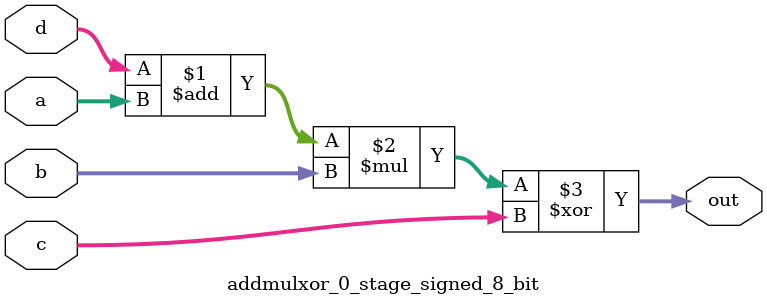
<source format=sv>
(* use_dsp = "yes" *) module addmulxor_0_stage_signed_8_bit(
	input signed [7:0] a,
	input signed [7:0] b,
	input signed [7:0] c,
	input signed [7:0] d,
	output [7:0] out
	);

	assign out = ((d + a) * b) ^ c;
endmodule

</source>
